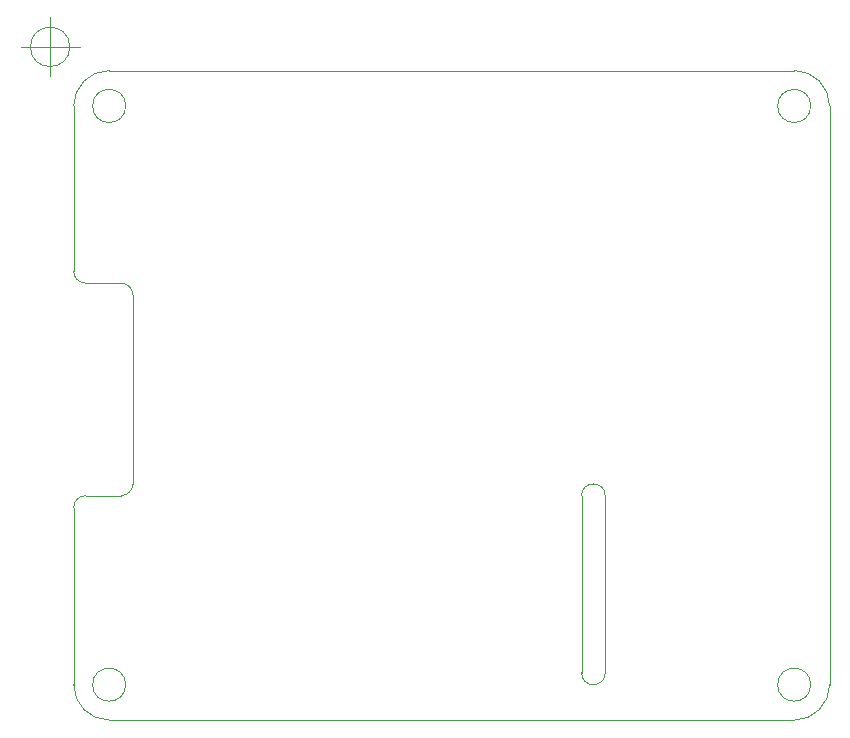
<source format=gbr>
G04 #@! TF.GenerationSoftware,KiCad,Pcbnew,5.1.7-a382d34a8~88~ubuntu18.04.1*
G04 #@! TF.CreationDate,2021-03-11T03:45:44+01:00*
G04 #@! TF.ProjectId,zynthiandac,7a796e74-6869-4616-9e64-61632e6b6963,rev?*
G04 #@! TF.SameCoordinates,Original*
G04 #@! TF.FileFunction,Profile,NP*
%FSLAX46Y46*%
G04 Gerber Fmt 4.6, Leading zero omitted, Abs format (unit mm)*
G04 Created by KiCad (PCBNEW 5.1.7-a382d34a8~88~ubuntu18.04.1) date 2021-03-11 03:45:44*
%MOMM*%
%LPD*%
G01*
G04 APERTURE LIST*
G04 #@! TA.AperFunction,Profile*
%ADD10C,0.050000*%
G04 #@! TD*
G04 APERTURE END LIST*
D10*
X57000000Y-48000000D02*
X57000000Y-63000000D01*
X55000000Y-48000000D02*
G75*
G02*
X57000000Y-48000000I1000000J0D01*
G01*
X55000000Y-63000000D02*
X55000000Y-48000000D01*
X57000000Y-63000000D02*
G75*
G02*
X55000000Y-63000000I-1000000J0D01*
G01*
X12000000Y-29000000D02*
X12000000Y-15000000D01*
X13000000Y-30000000D02*
G75*
G02*
X12000000Y-29000000I0J1000000D01*
G01*
X16000000Y-30000000D02*
X13000000Y-30000000D01*
X16000000Y-30000000D02*
G75*
G02*
X17000000Y-31000000I0J-1000000D01*
G01*
X17000000Y-47000000D02*
X17000000Y-31000000D01*
X17000000Y-47000000D02*
G75*
G02*
X16000000Y-48000000I-1000000J0D01*
G01*
X13000000Y-48000000D02*
X16000000Y-48000000D01*
X12000000Y-49000000D02*
G75*
G02*
X13000000Y-48000000I1000000J0D01*
G01*
X12000000Y-64000000D02*
X12000000Y-49000000D01*
X15000000Y-67000000D02*
X73000000Y-67000000D01*
X74400000Y-64000000D02*
G75*
G03*
X74400000Y-64000000I-1400000J0D01*
G01*
X76000000Y-64000000D02*
G75*
G02*
X73000000Y-67000000I-3000000J0D01*
G01*
X76000000Y-15000000D02*
X76000000Y-64000000D01*
X74400000Y-15000000D02*
G75*
G03*
X74400000Y-15000000I-1400000J0D01*
G01*
X73000000Y-12000000D02*
G75*
G02*
X76000000Y-15000000I0J-3000000D01*
G01*
X15000000Y-12000000D02*
X73000000Y-12000000D01*
X16400000Y-64000000D02*
G75*
G03*
X16400000Y-64000000I-1400000J0D01*
G01*
X15000000Y-67000000D02*
G75*
G02*
X12000000Y-64000000I0J3000000D01*
G01*
X12000000Y-15000000D02*
G75*
G02*
X15000000Y-12000000I3000000J0D01*
G01*
X16403567Y-15000000D02*
G75*
G03*
X16403567Y-15000000I-1403567J0D01*
G01*
X11666666Y-10000000D02*
G75*
G03*
X11666666Y-10000000I-1666666J0D01*
G01*
X7500000Y-10000000D02*
X12500000Y-10000000D01*
X10000000Y-7500000D02*
X10000000Y-12500000D01*
M02*

</source>
